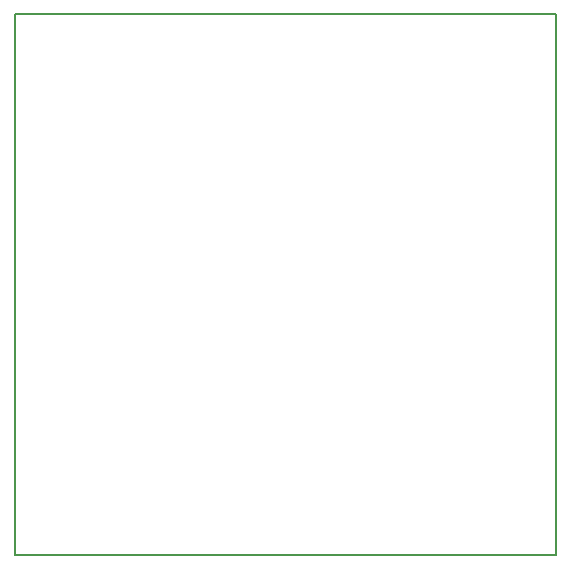
<source format=gbo>
G04 MADE WITH FRITZING*
G04 WWW.FRITZING.ORG*
G04 DOUBLE SIDED*
G04 HOLES PLATED*
G04 CONTOUR ON CENTER OF CONTOUR VECTOR*
%ASAXBY*%
%FSLAX23Y23*%
%MOIN*%
%OFA0B0*%
%SFA1.0B1.0*%
%ADD10R,1.811020X1.811020X1.795020X1.795020*%
%ADD11C,0.008000*%
%LNSILK0*%
G90*
G70*
G54D11*
X4Y1807D02*
X1807Y1807D01*
X1807Y4D01*
X4Y4D01*
X4Y1807D01*
D02*
G04 End of Silk0*
M02*
</source>
